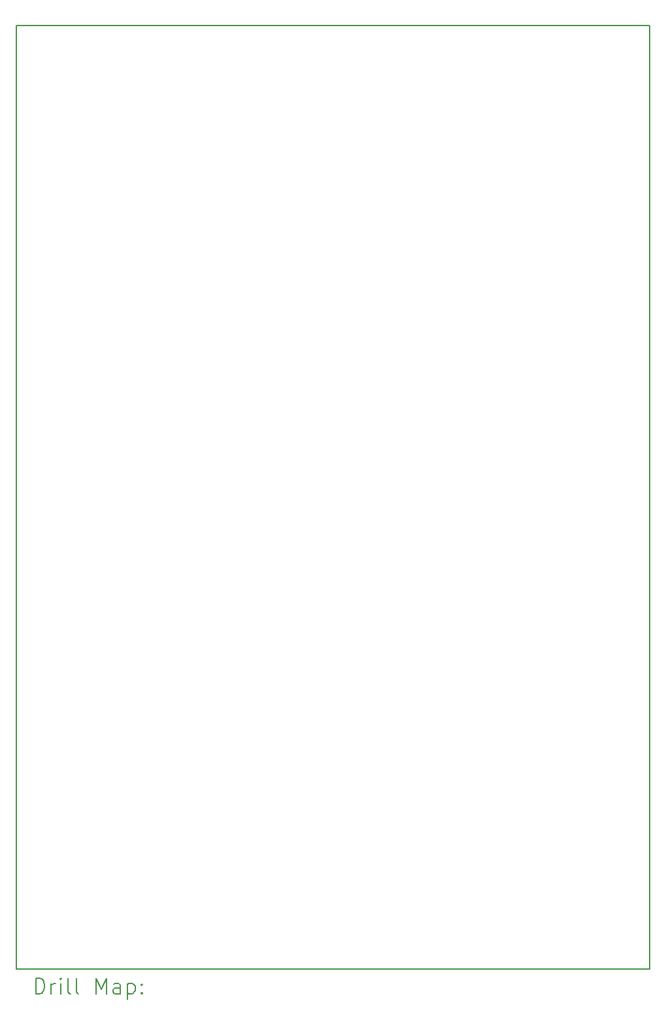
<source format=gbr>
%TF.GenerationSoftware,KiCad,Pcbnew,(6.0.10)*%
%TF.CreationDate,2023-10-14T21:32:39-03:00*%
%TF.ProjectId,FirstBoard,46697273-7442-46f6-9172-642e6b696361,rev?*%
%TF.SameCoordinates,Original*%
%TF.FileFunction,Drillmap*%
%TF.FilePolarity,Positive*%
%FSLAX45Y45*%
G04 Gerber Fmt 4.5, Leading zero omitted, Abs format (unit mm)*
G04 Created by KiCad (PCBNEW (6.0.10)) date 2023-10-14 21:32:39*
%MOMM*%
%LPD*%
G01*
G04 APERTURE LIST*
%ADD10C,0.200000*%
G04 APERTURE END LIST*
D10*
X12318313Y-6039262D02*
X4118000Y-6039262D01*
X4118000Y-6039262D02*
X4118000Y-18250000D01*
X4118000Y-18250000D02*
X12318313Y-18250000D01*
X12318313Y-18250000D02*
X12318313Y-6039262D01*
X4365619Y-18570476D02*
X4365619Y-18370476D01*
X4413238Y-18370476D01*
X4441810Y-18380000D01*
X4460857Y-18399048D01*
X4470381Y-18418095D01*
X4479905Y-18456190D01*
X4479905Y-18484762D01*
X4470381Y-18522857D01*
X4460857Y-18541905D01*
X4441810Y-18560952D01*
X4413238Y-18570476D01*
X4365619Y-18570476D01*
X4565619Y-18570476D02*
X4565619Y-18437143D01*
X4565619Y-18475238D02*
X4575143Y-18456190D01*
X4584667Y-18446667D01*
X4603714Y-18437143D01*
X4622762Y-18437143D01*
X4689429Y-18570476D02*
X4689429Y-18437143D01*
X4689429Y-18370476D02*
X4679905Y-18380000D01*
X4689429Y-18389524D01*
X4698952Y-18380000D01*
X4689429Y-18370476D01*
X4689429Y-18389524D01*
X4813238Y-18570476D02*
X4794190Y-18560952D01*
X4784667Y-18541905D01*
X4784667Y-18370476D01*
X4918000Y-18570476D02*
X4898952Y-18560952D01*
X4889429Y-18541905D01*
X4889429Y-18370476D01*
X5146571Y-18570476D02*
X5146571Y-18370476D01*
X5213238Y-18513333D01*
X5279905Y-18370476D01*
X5279905Y-18570476D01*
X5460857Y-18570476D02*
X5460857Y-18465714D01*
X5451333Y-18446667D01*
X5432286Y-18437143D01*
X5394190Y-18437143D01*
X5375143Y-18446667D01*
X5460857Y-18560952D02*
X5441810Y-18570476D01*
X5394190Y-18570476D01*
X5375143Y-18560952D01*
X5365619Y-18541905D01*
X5365619Y-18522857D01*
X5375143Y-18503810D01*
X5394190Y-18494286D01*
X5441810Y-18494286D01*
X5460857Y-18484762D01*
X5556095Y-18437143D02*
X5556095Y-18637143D01*
X5556095Y-18446667D02*
X5575143Y-18437143D01*
X5613238Y-18437143D01*
X5632286Y-18446667D01*
X5641809Y-18456190D01*
X5651333Y-18475238D01*
X5651333Y-18532381D01*
X5641809Y-18551429D01*
X5632286Y-18560952D01*
X5613238Y-18570476D01*
X5575143Y-18570476D01*
X5556095Y-18560952D01*
X5737048Y-18551429D02*
X5746571Y-18560952D01*
X5737048Y-18570476D01*
X5727524Y-18560952D01*
X5737048Y-18551429D01*
X5737048Y-18570476D01*
X5737048Y-18446667D02*
X5746571Y-18456190D01*
X5737048Y-18465714D01*
X5727524Y-18456190D01*
X5737048Y-18446667D01*
X5737048Y-18465714D01*
M02*

</source>
